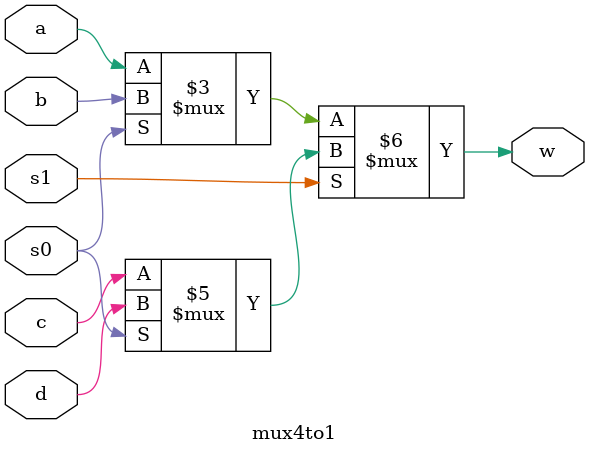
<source format=sv>
`timescale 1ns/1ns
module mux4to1 (input a,b,c,d,s1,s0, output w);
	assign #(45,41) w =~s1?(~s0?a:b):(~s0?c:d);
endmodule

</source>
